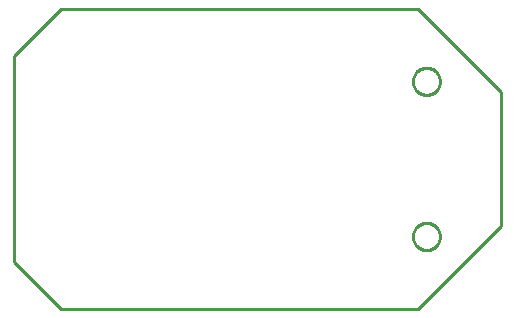
<source format=gbr>
G04 EAGLE Gerber RS-274X export*
G75*
%MOMM*%
%FSLAX34Y34*%
%LPD*%
%IN*%
%IPPOS*%
%AMOC8*
5,1,8,0,0,1.08239X$1,22.5*%
G01*
%ADD10C,0.254000*%


D10*
X0Y40000D02*
X40000Y0D01*
X342550Y0D01*
X412550Y70000D01*
X412550Y184000D01*
X342550Y254000D01*
X40000Y254000D01*
X0Y214000D01*
X0Y40000D01*
X349802Y72800D02*
X350703Y72729D01*
X351595Y72588D01*
X352474Y72377D01*
X353333Y72098D01*
X354168Y71752D01*
X354973Y71341D01*
X355744Y70869D01*
X356475Y70338D01*
X357162Y69751D01*
X357801Y69112D01*
X358388Y68425D01*
X358919Y67694D01*
X359391Y66923D01*
X359802Y66118D01*
X360148Y65283D01*
X360427Y64424D01*
X360638Y63545D01*
X360779Y62653D01*
X360850Y61752D01*
X360850Y60848D01*
X360779Y59947D01*
X360638Y59055D01*
X360427Y58176D01*
X360148Y57317D01*
X359802Y56482D01*
X359391Y55677D01*
X358919Y54906D01*
X358388Y54175D01*
X357801Y53488D01*
X357162Y52849D01*
X356475Y52262D01*
X355744Y51731D01*
X354973Y51259D01*
X354168Y50848D01*
X353333Y50502D01*
X352474Y50223D01*
X351595Y50012D01*
X350703Y49871D01*
X349802Y49800D01*
X348898Y49800D01*
X347997Y49871D01*
X347105Y50012D01*
X346226Y50223D01*
X345367Y50502D01*
X344532Y50848D01*
X343727Y51259D01*
X342956Y51731D01*
X342225Y52262D01*
X341538Y52849D01*
X340899Y53488D01*
X340312Y54175D01*
X339781Y54906D01*
X339309Y55677D01*
X338898Y56482D01*
X338552Y57317D01*
X338273Y58176D01*
X338062Y59055D01*
X337921Y59947D01*
X337850Y60848D01*
X337850Y61752D01*
X337921Y62653D01*
X338062Y63545D01*
X338273Y64424D01*
X338552Y65283D01*
X338898Y66118D01*
X339309Y66923D01*
X339781Y67694D01*
X340312Y68425D01*
X340899Y69112D01*
X341538Y69751D01*
X342225Y70338D01*
X342956Y70869D01*
X343727Y71341D01*
X344532Y71752D01*
X345367Y72098D01*
X346226Y72377D01*
X347105Y72588D01*
X347997Y72729D01*
X348898Y72800D01*
X349802Y72800D01*
X349802Y204200D02*
X350703Y204129D01*
X351595Y203988D01*
X352474Y203777D01*
X353333Y203498D01*
X354168Y203152D01*
X354973Y202741D01*
X355744Y202269D01*
X356475Y201738D01*
X357162Y201151D01*
X357801Y200512D01*
X358388Y199825D01*
X358919Y199094D01*
X359391Y198323D01*
X359802Y197518D01*
X360148Y196683D01*
X360427Y195824D01*
X360638Y194945D01*
X360779Y194053D01*
X360850Y193152D01*
X360850Y192248D01*
X360779Y191347D01*
X360638Y190455D01*
X360427Y189576D01*
X360148Y188717D01*
X359802Y187882D01*
X359391Y187077D01*
X358919Y186306D01*
X358388Y185575D01*
X357801Y184888D01*
X357162Y184249D01*
X356475Y183662D01*
X355744Y183131D01*
X354973Y182659D01*
X354168Y182248D01*
X353333Y181902D01*
X352474Y181623D01*
X351595Y181412D01*
X350703Y181271D01*
X349802Y181200D01*
X348898Y181200D01*
X347997Y181271D01*
X347105Y181412D01*
X346226Y181623D01*
X345367Y181902D01*
X344532Y182248D01*
X343727Y182659D01*
X342956Y183131D01*
X342225Y183662D01*
X341538Y184249D01*
X340899Y184888D01*
X340312Y185575D01*
X339781Y186306D01*
X339309Y187077D01*
X338898Y187882D01*
X338552Y188717D01*
X338273Y189576D01*
X338062Y190455D01*
X337921Y191347D01*
X337850Y192248D01*
X337850Y193152D01*
X337921Y194053D01*
X338062Y194945D01*
X338273Y195824D01*
X338552Y196683D01*
X338898Y197518D01*
X339309Y198323D01*
X339781Y199094D01*
X340312Y199825D01*
X340899Y200512D01*
X341538Y201151D01*
X342225Y201738D01*
X342956Y202269D01*
X343727Y202741D01*
X344532Y203152D01*
X345367Y203498D01*
X346226Y203777D01*
X347105Y203988D01*
X347997Y204129D01*
X348898Y204200D01*
X349802Y204200D01*
M02*

</source>
